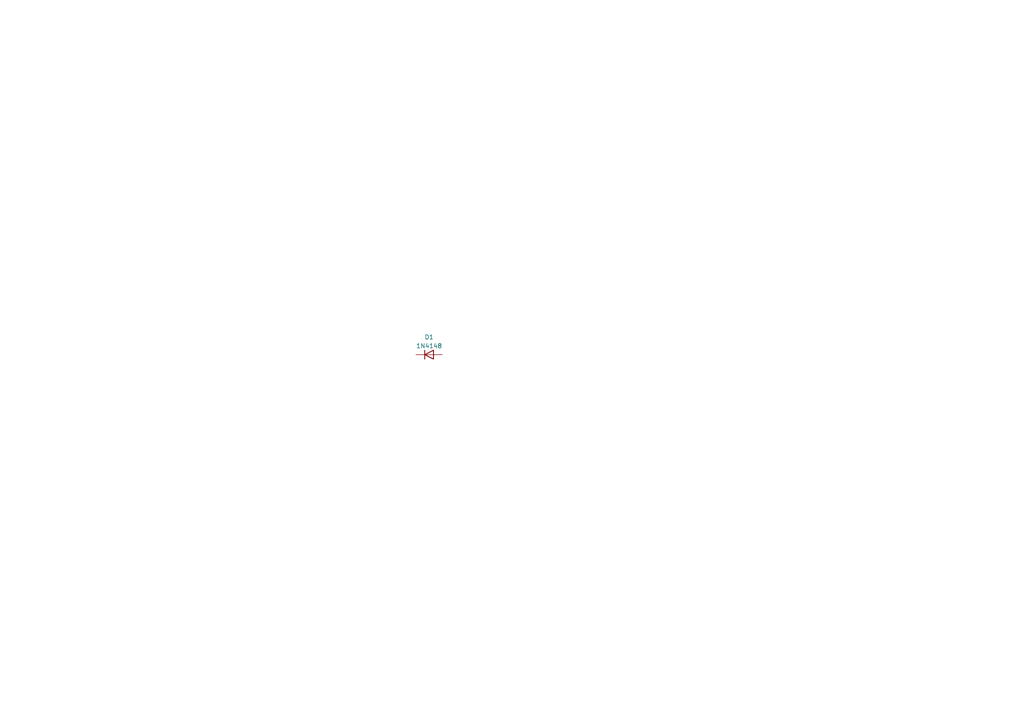
<source format=kicad_sch>
(kicad_sch (version 20230121) (generator eeschema)
  (paper "A4")
  (lib_symbols
    (symbol "Diode:1N4148" (pin_numbers hide) (pin_names hide)
      (property "Reference" "D" (at 0 2.54 0))
      (property "Value" "1N4148" (at 0 -2.54 0))
      (symbol "1N4148_0_1"
        (polyline (pts (xy -1.27 1.27) (xy -1.27 -1.27)) (stroke (width 0.254)))
        (polyline (pts (xy 1.27 0) (xy -1.27 0)))
        (polyline (pts (xy 1.27 1.27) (xy 1.27 -1.27) (xy -1.27 0) (xy 1.27 1.27)) (stroke (width 0.254)))
      )
      (symbol "1N4148_1_1"
        (pin passive line (at -3.81 0 0) (length 2.54) (name "K") (number "1"))
        (pin passive line (at 3.81 0 180) (length 2.54) (name "A") (number "2"))
      )
    )
  )
  (symbol (lib_id "Diode:1N4148") (at 124.46 102.87 0) (unit 1)
    (property "Reference" "D1" (at 124.46 97.79 0))
    (property "Value" "1N4148" (at 124.46 100.33 0))
    (property "Footprint" "Diode_THT:D_DO-35_SOD27_P7.62mm_Horizontal" (effects hide))
    (property "Datasheet" "https://assets.nexperia.com/documents/data-sheet/1N4148_1N4448.pdf" (effects hide))
    (property "Sim.Device" "D" (effects hide))
    (property "Sim.Pins" "1=K 2=A" (effects hide))
  )
)
</source>
